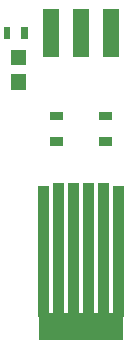
<source format=gts>
G04 #@! TF.GenerationSoftware,KiCad,Pcbnew,(5.1.4-0)*
G04 #@! TF.CreationDate,2019-08-21T14:14:19+03:00*
G04 #@! TF.ProjectId,AVR_ISP_With_POGO_Pin,4156525f-4953-4505-9f57-6974685f504f,rev?*
G04 #@! TF.SameCoordinates,PX80efd00PY76109c0*
G04 #@! TF.FileFunction,Soldermask,Top*
G04 #@! TF.FilePolarity,Negative*
%FSLAX46Y46*%
G04 Gerber Fmt 4.6, Leading zero omitted, Abs format (unit mm)*
G04 Created by KiCad (PCBNEW (5.1.4-0)) date 2019-08-21 14:14:19*
%MOMM*%
%LPD*%
G04 APERTURE LIST*
%ADD10C,0.100000*%
G04 APERTURE END LIST*
D10*
G36*
X5795300Y13299599D02*
G01*
X5795780Y13294722D01*
X5797203Y13290032D01*
X5799513Y13285710D01*
X5802622Y13281922D01*
X5806410Y13278813D01*
X5810732Y13276503D01*
X5815422Y13275080D01*
X5820299Y13274600D01*
X5969701Y13274600D01*
X5974578Y13275080D01*
X5979268Y13276503D01*
X5983590Y13278813D01*
X5987378Y13281922D01*
X5990487Y13285710D01*
X5992797Y13290032D01*
X5994220Y13294722D01*
X5994700Y13299599D01*
X5994700Y13314600D01*
X6379500Y13314600D01*
X6379500Y2285599D01*
X6379980Y2280722D01*
X6381403Y2276032D01*
X6383713Y2271710D01*
X6386822Y2267922D01*
X6390610Y2264813D01*
X6394932Y2262503D01*
X6399622Y2261080D01*
X6404499Y2260600D01*
X6655501Y2260600D01*
X6660378Y2261080D01*
X6665068Y2262503D01*
X6669390Y2264813D01*
X6673178Y2267922D01*
X6676287Y2271710D01*
X6678597Y2276032D01*
X6680020Y2280722D01*
X6680500Y2285599D01*
X6680500Y13314600D01*
X7065300Y13314600D01*
X7065300Y13299599D01*
X7065780Y13294722D01*
X7067203Y13290032D01*
X7069513Y13285710D01*
X7072622Y13281922D01*
X7076410Y13278813D01*
X7080732Y13276503D01*
X7085422Y13275080D01*
X7090299Y13274600D01*
X7239701Y13274600D01*
X7244578Y13275080D01*
X7249268Y13276503D01*
X7253590Y13278813D01*
X7257378Y13281922D01*
X7260487Y13285710D01*
X7262797Y13290032D01*
X7264220Y13294722D01*
X7264700Y13299599D01*
X7264700Y13314600D01*
X7649500Y13314600D01*
X7649500Y2285599D01*
X7649980Y2280722D01*
X7651403Y2276032D01*
X7653713Y2271710D01*
X7656822Y2267922D01*
X7660610Y2264813D01*
X7664932Y2262503D01*
X7669622Y2261080D01*
X7674499Y2260600D01*
X7925501Y2260600D01*
X7930378Y2261080D01*
X7935068Y2262503D01*
X7939390Y2264813D01*
X7943178Y2267922D01*
X7946287Y2271710D01*
X7948597Y2276032D01*
X7950020Y2280722D01*
X7950500Y2285599D01*
X7950500Y13314600D01*
X8335300Y13314600D01*
X8335300Y13299599D01*
X8335780Y13294722D01*
X8337203Y13290032D01*
X8339513Y13285710D01*
X8342622Y13281922D01*
X8346410Y13278813D01*
X8350732Y13276503D01*
X8355422Y13275080D01*
X8360299Y13274600D01*
X8509701Y13274600D01*
X8514578Y13275080D01*
X8519268Y13276503D01*
X8523590Y13278813D01*
X8527378Y13281922D01*
X8530487Y13285710D01*
X8532797Y13290032D01*
X8534220Y13294722D01*
X8534700Y13299599D01*
X8534700Y13314600D01*
X8919500Y13314600D01*
X8919500Y2285599D01*
X8919980Y2280722D01*
X8921403Y2276032D01*
X8923713Y2271710D01*
X8926822Y2267922D01*
X8930610Y2264813D01*
X8934932Y2262503D01*
X8939622Y2261080D01*
X8944499Y2260600D01*
X9195501Y2260600D01*
X9200378Y2261080D01*
X9205068Y2262503D01*
X9209390Y2264813D01*
X9213178Y2267922D01*
X9216287Y2271710D01*
X9218597Y2276032D01*
X9220020Y2280722D01*
X9220500Y2285599D01*
X9220500Y13314600D01*
X9605300Y13314600D01*
X9605300Y13299599D01*
X9605780Y13294722D01*
X9607203Y13290032D01*
X9609513Y13285710D01*
X9612622Y13281922D01*
X9616410Y13278813D01*
X9620732Y13276503D01*
X9625422Y13275080D01*
X9630299Y13274600D01*
X9779701Y13274600D01*
X9784578Y13275080D01*
X9789268Y13276503D01*
X9793590Y13278813D01*
X9797378Y13281922D01*
X9800487Y13285710D01*
X9802797Y13290032D01*
X9804220Y13294722D01*
X9804700Y13299599D01*
X9804700Y13314600D01*
X10189500Y13314600D01*
X10189500Y2285599D01*
X10189980Y2280722D01*
X10191403Y2276032D01*
X10193713Y2271710D01*
X10196822Y2267922D01*
X10200610Y2264813D01*
X10204932Y2262503D01*
X10209622Y2261080D01*
X10214499Y2260600D01*
X10465501Y2260600D01*
X10470378Y2261080D01*
X10475068Y2262503D01*
X10479390Y2264813D01*
X10483178Y2267922D01*
X10486287Y2271710D01*
X10488597Y2276032D01*
X10490020Y2280722D01*
X10490500Y2285599D01*
X10490500Y13060600D01*
X10875300Y13060600D01*
X10875300Y13045599D01*
X10875780Y13040722D01*
X10877203Y13036032D01*
X10879513Y13031710D01*
X10882622Y13027922D01*
X10886410Y13024813D01*
X10890732Y13022503D01*
X10895422Y13021080D01*
X10900299Y13020600D01*
X11049701Y13020600D01*
X11054578Y13021080D01*
X11059268Y13022503D01*
X11063590Y13024813D01*
X11067378Y13027922D01*
X11070487Y13031710D01*
X11072797Y13036032D01*
X11074220Y13040722D01*
X11074700Y13045599D01*
X11074700Y13060600D01*
X11459500Y13060600D01*
X11459500Y1980600D01*
X11404199Y1980600D01*
X11399322Y1980120D01*
X11394632Y1978697D01*
X11390310Y1976387D01*
X11386522Y1973278D01*
X11383413Y1969490D01*
X11381103Y1965168D01*
X11379680Y1960478D01*
X11379200Y1955601D01*
X11379200Y0D01*
X4216400Y0D01*
X4216400Y1955601D01*
X4215920Y1960478D01*
X4214497Y1965168D01*
X4212187Y1969490D01*
X4209078Y1973278D01*
X4205290Y1976387D01*
X4200968Y1978697D01*
X4196278Y1980120D01*
X4191401Y1980600D01*
X4140500Y1980600D01*
X4140500Y13060600D01*
X4525300Y13060600D01*
X4525300Y13045599D01*
X4525780Y13040722D01*
X4527203Y13036032D01*
X4529513Y13031710D01*
X4532622Y13027922D01*
X4536410Y13024813D01*
X4540732Y13022503D01*
X4545422Y13021080D01*
X4550299Y13020600D01*
X4699701Y13020600D01*
X4704578Y13021080D01*
X4709268Y13022503D01*
X4713590Y13024813D01*
X4717378Y13027922D01*
X4720487Y13031710D01*
X4722797Y13036032D01*
X4724220Y13040722D01*
X4724700Y13045599D01*
X4724700Y13060600D01*
X5109500Y13060600D01*
X5109500Y2285599D01*
X5109980Y2280722D01*
X5111403Y2276032D01*
X5113713Y2271710D01*
X5116822Y2267922D01*
X5120610Y2264813D01*
X5124932Y2262503D01*
X5129622Y2261080D01*
X5134499Y2260600D01*
X5385501Y2260600D01*
X5390378Y2261080D01*
X5395068Y2262503D01*
X5399390Y2264813D01*
X5403178Y2267922D01*
X5406287Y2271710D01*
X5408597Y2276032D01*
X5410020Y2280722D01*
X5410500Y2285599D01*
X5410500Y13314600D01*
X5795300Y13314600D01*
X5795300Y13299599D01*
X5795300Y13299599D01*
G37*
G36*
X6290000Y16460000D02*
G01*
X5160000Y16460000D01*
X5160000Y17190000D01*
X6290000Y17190000D01*
X6290000Y16460000D01*
X6290000Y16460000D01*
G37*
G36*
X10440000Y16460000D02*
G01*
X9310000Y16460000D01*
X9310000Y17190000D01*
X10440000Y17190000D01*
X10440000Y16460000D01*
X10440000Y16460000D01*
G37*
G36*
X10440000Y18610000D02*
G01*
X9310000Y18610000D01*
X9310000Y19340000D01*
X10440000Y19340000D01*
X10440000Y18610000D01*
X10440000Y18610000D01*
G37*
G36*
X6290000Y18610000D02*
G01*
X5160000Y18610000D01*
X5160000Y19340000D01*
X6290000Y19340000D01*
X6290000Y18610000D01*
X6290000Y18610000D01*
G37*
G36*
X3139440Y21211540D02*
G01*
X1860560Y21211540D01*
X1860560Y22490420D01*
X3139440Y22490420D01*
X3139440Y21211540D01*
X3139440Y21211540D01*
G37*
G36*
X3139440Y23309580D02*
G01*
X1860560Y23309580D01*
X1860560Y24588460D01*
X3139440Y24588460D01*
X3139440Y23309580D01*
X3139440Y23309580D01*
G37*
G36*
X11030000Y23960000D02*
G01*
X9650000Y23960000D01*
X9650000Y28040000D01*
X11030000Y28040000D01*
X11030000Y23960000D01*
X11030000Y23960000D01*
G37*
G36*
X8490000Y23960000D02*
G01*
X7110000Y23960000D01*
X7110000Y28040000D01*
X8490000Y28040000D01*
X8490000Y23960000D01*
X8490000Y23960000D01*
G37*
G36*
X5950000Y23960000D02*
G01*
X4570000Y23960000D01*
X4570000Y28040000D01*
X5950000Y28040000D01*
X5950000Y23960000D01*
X5950000Y23960000D01*
G37*
G36*
X3340000Y25510000D02*
G01*
X2760000Y25510000D01*
X2760000Y26490000D01*
X3340000Y26490000D01*
X3340000Y25510000D01*
X3340000Y25510000D01*
G37*
G36*
X1840000Y25510000D02*
G01*
X1260000Y25510000D01*
X1260000Y26490000D01*
X1840000Y26490000D01*
X1840000Y25510000D01*
X1840000Y25510000D01*
G37*
M02*

</source>
